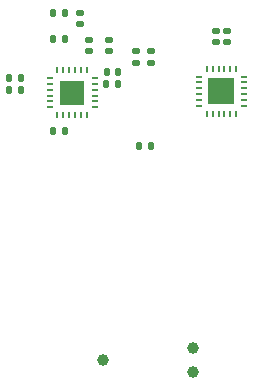
<source format=gbs>
G04 #@! TF.GenerationSoftware,KiCad,Pcbnew,8.0.5*
G04 #@! TF.CreationDate,2025-05-26T10:54:01-04:00*
G04 #@! TF.ProjectId,tcg_counter,7463675f-636f-4756-9e74-65722e6b6963,1*
G04 #@! TF.SameCoordinates,Original*
G04 #@! TF.FileFunction,Soldermask,Bot*
G04 #@! TF.FilePolarity,Negative*
%FSLAX46Y46*%
G04 Gerber Fmt 4.6, Leading zero omitted, Abs format (unit mm)*
G04 Created by KiCad (PCBNEW 8.0.5) date 2025-05-26 10:54:01*
%MOMM*%
%LPD*%
G01*
G04 APERTURE LIST*
G04 Aperture macros list*
%AMRoundRect*
0 Rectangle with rounded corners*
0 $1 Rounding radius*
0 $2 $3 $4 $5 $6 $7 $8 $9 X,Y pos of 4 corners*
0 Add a 4 corners polygon primitive as box body*
4,1,4,$2,$3,$4,$5,$6,$7,$8,$9,$2,$3,0*
0 Add four circle primitives for the rounded corners*
1,1,$1+$1,$2,$3*
1,1,$1+$1,$4,$5*
1,1,$1+$1,$6,$7*
1,1,$1+$1,$8,$9*
0 Add four rect primitives between the rounded corners*
20,1,$1+$1,$2,$3,$4,$5,0*
20,1,$1+$1,$4,$5,$6,$7,0*
20,1,$1+$1,$6,$7,$8,$9,0*
20,1,$1+$1,$8,$9,$2,$3,0*%
G04 Aperture macros list end*
%ADD10C,0.990600*%
%ADD11C,0.400000*%
%ADD12O,0.240000X0.599999*%
%ADD13O,0.599999X0.240000*%
%ADD14R,2.100001X2.100001*%
%ADD15RoundRect,0.140000X0.170000X-0.140000X0.170000X0.140000X-0.170000X0.140000X-0.170000X-0.140000X0*%
%ADD16RoundRect,0.135000X-0.185000X0.135000X-0.185000X-0.135000X0.185000X-0.135000X0.185000X0.135000X0*%
%ADD17RoundRect,0.140000X-0.140000X-0.170000X0.140000X-0.170000X0.140000X0.170000X-0.140000X0.170000X0*%
%ADD18RoundRect,0.140000X-0.170000X0.140000X-0.170000X-0.140000X0.170000X-0.140000X0.170000X0.140000X0*%
%ADD19RoundRect,0.140000X0.140000X0.170000X-0.140000X0.170000X-0.140000X-0.170000X0.140000X-0.170000X0*%
%ADD20R,0.600000X0.250000*%
%ADD21R,0.250000X0.600000*%
%ADD22R,2.200000X2.200000*%
%ADD23RoundRect,0.135000X0.135000X0.185000X-0.135000X0.185000X-0.135000X-0.185000X0.135000X-0.185000X0*%
G04 APERTURE END LIST*
D10*
X137690000Y-126635000D03*
X145310000Y-125619000D03*
X145310000Y-127651000D03*
D11*
X135100001Y-103200000D03*
X135900001Y-104000000D03*
X135100001Y-104000000D03*
X134300001Y-104000000D03*
X135100001Y-104800000D03*
D12*
X133850001Y-102100001D03*
X134350000Y-102100001D03*
X134850001Y-102100001D03*
X135350001Y-102100001D03*
X135850002Y-102100001D03*
X136350001Y-102100001D03*
D13*
X137000000Y-102750000D03*
X137000000Y-103249999D03*
X137000000Y-103750000D03*
X137000000Y-104250000D03*
X137000000Y-104750001D03*
X137000000Y-105250000D03*
D12*
X136350001Y-105899999D03*
X135850002Y-105899999D03*
X135350001Y-105899999D03*
X134850001Y-105899999D03*
X134350000Y-105899999D03*
X133850001Y-105899999D03*
D13*
X133200002Y-105250000D03*
X133200002Y-104750001D03*
X133200002Y-104250000D03*
X133200002Y-103750000D03*
X133200002Y-103249999D03*
X133200002Y-102750000D03*
D14*
X135100001Y-104000000D03*
D15*
X135750000Y-98230000D03*
X135750000Y-97270000D03*
D16*
X141750000Y-100490000D03*
X141750000Y-101510000D03*
D17*
X138020000Y-102250000D03*
X138980000Y-102250000D03*
X133500000Y-107250000D03*
X134460000Y-107250000D03*
D16*
X140500000Y-100490000D03*
X140500000Y-101510000D03*
D18*
X138250000Y-99540000D03*
X138250000Y-100500000D03*
D19*
X130750000Y-102750000D03*
X129790000Y-102750000D03*
D11*
X147750001Y-103042300D03*
X148600001Y-103892300D03*
X147750001Y-103892300D03*
X146900001Y-103892300D03*
X147750001Y-104742300D03*
D20*
X149650001Y-102642300D03*
X149650001Y-103142300D03*
X149650001Y-103642300D03*
X149650001Y-104142300D03*
X149650001Y-104642300D03*
X149650001Y-105142300D03*
D21*
X149000001Y-105792300D03*
X148500001Y-105792300D03*
X148000001Y-105792300D03*
X147500001Y-105792300D03*
X147000001Y-105792300D03*
X146500001Y-105792300D03*
D20*
X145850001Y-105142300D03*
X145850001Y-104642300D03*
X145850001Y-104142300D03*
X145850001Y-103642300D03*
X145850001Y-103142300D03*
X145850001Y-102642300D03*
D21*
X146500001Y-101992300D03*
X147000001Y-101992300D03*
X147500001Y-101992300D03*
X148000001Y-101992300D03*
X148500001Y-101992300D03*
X149000001Y-101992300D03*
D22*
X147750001Y-103892300D03*
D15*
X148250000Y-99750000D03*
X148250000Y-98790000D03*
D17*
X133520000Y-97250000D03*
X134480000Y-97250000D03*
D23*
X141760000Y-108500000D03*
X140740000Y-108500000D03*
D19*
X130750000Y-103750000D03*
X129790000Y-103750000D03*
D15*
X147250000Y-99750000D03*
X147250000Y-98790000D03*
D17*
X133520000Y-99500000D03*
X134480000Y-99500000D03*
D15*
X136500000Y-100500000D03*
X136500000Y-99540000D03*
D17*
X138000000Y-103250000D03*
X138960000Y-103250000D03*
M02*

</source>
